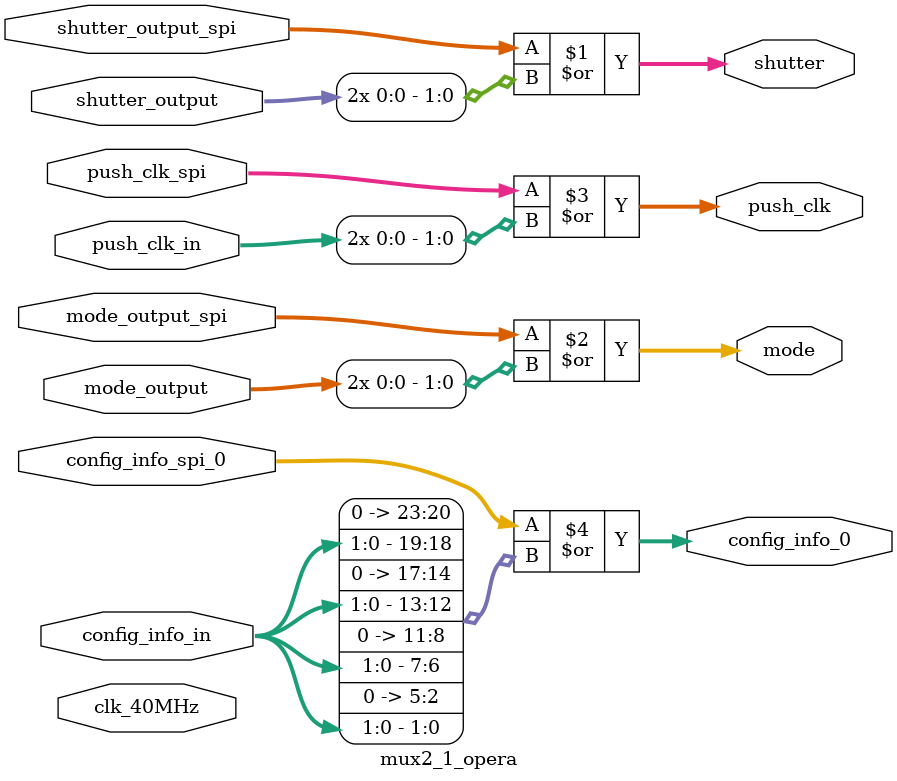
<source format=v>
module mux2_1_opera(
	clk_40MHz,
	shutter_output,
	shutter_output_spi,
	mode_output,
	mode_output_spi,
	push_clk_spi,
	push_clk_in,
	config_info_spi_0,
	config_info_in,
	
	push_clk,
	shutter,
	mode,
	config_info_0
);

	input clk_40MHz;
	input shutter_output;
	input [1:0] shutter_output_spi;
	input mode_output;
	input [1:0] mode_output_spi;
	input [1:0] push_clk_spi;
	input push_clk_in;
	
	//可以看到无论是spi的配置信息config_info_spi_0~3还是外部配置信息config_info_0~3都是192bit
	//计算方法32双列×6bit配置信息位(4bit DAC(外部配置时置0)、Dpusle、Mask)
	input [23:0] config_info_spi_0;
	input [1:0] config_info_in;//外部配置信息仅配置Dpulse和Mask，因为配置时每行的配置内容相同，所以局部DAC的配置信息没意义


	output [1:0] push_clk;
	output [1:0] shutter;
	output [1:0] mode;
	
	output [23:0] config_info_0;
	assign shutter = shutter_output_spi | {2{shutter_output}};
	assign mode = mode_output_spi | {2{mode_output}};
	assign push_clk = push_clk_spi | {2{push_clk_in}};
	//assign shake_hands_col = shake_hands_col_spi | shake_hands_col_in;
	assign config_info_0 = config_info_spi_0 | {4{4'd0, config_info_in}};
	
	
endmodule

</source>
